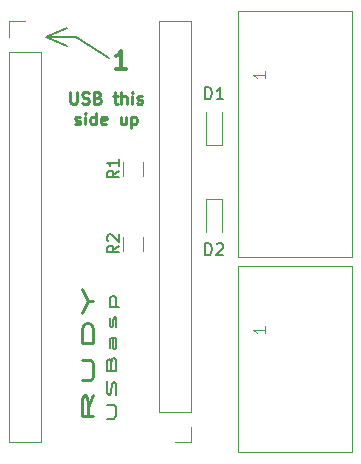
<source format=gto>
G04 #@! TF.FileFunction,Legend,Top*
%FSLAX46Y46*%
G04 Gerber Fmt 4.6, Leading zero omitted, Abs format (unit mm)*
G04 Created by KiCad (PCBNEW 4.0.7-e1-6374~58~ubuntu16.04.1) date Tue Aug 22 04:57:06 2017*
%MOMM*%
%LPD*%
G01*
G04 APERTURE LIST*
%ADD10C,0.100000*%
%ADD11C,0.200000*%
%ADD12C,0.250000*%
%ADD13C,0.300000*%
%ADD14C,0.120000*%
%ADD15C,0.150000*%
G04 APERTURE END LIST*
D10*
D11*
X98367905Y-127570858D02*
X99015524Y-127570858D01*
X99091714Y-127475619D01*
X99129810Y-127380381D01*
X99167905Y-127189905D01*
X99167905Y-126808953D01*
X99129810Y-126618477D01*
X99091714Y-126523238D01*
X99015524Y-126428000D01*
X98367905Y-126428000D01*
X99129810Y-125570858D02*
X99167905Y-125285143D01*
X99167905Y-124808953D01*
X99129810Y-124618477D01*
X99091714Y-124523239D01*
X99015524Y-124428000D01*
X98939333Y-124428000D01*
X98863143Y-124523239D01*
X98825048Y-124618477D01*
X98786952Y-124808953D01*
X98748857Y-125189905D01*
X98710762Y-125380381D01*
X98672667Y-125475620D01*
X98596476Y-125570858D01*
X98520286Y-125570858D01*
X98444095Y-125475620D01*
X98406000Y-125380381D01*
X98367905Y-125189905D01*
X98367905Y-124713715D01*
X98406000Y-124428000D01*
X98748857Y-122904191D02*
X98786952Y-122618477D01*
X98825048Y-122523238D01*
X98901238Y-122428000D01*
X99015524Y-122428000D01*
X99091714Y-122523238D01*
X99129810Y-122618477D01*
X99167905Y-122808953D01*
X99167905Y-123570858D01*
X98367905Y-123570858D01*
X98367905Y-122904191D01*
X98406000Y-122713715D01*
X98444095Y-122618477D01*
X98520286Y-122523238D01*
X98596476Y-122523238D01*
X98672667Y-122618477D01*
X98710762Y-122713715D01*
X98748857Y-122904191D01*
X98748857Y-123570858D01*
X99167905Y-120713715D02*
X98748857Y-120713715D01*
X98672667Y-120808953D01*
X98634571Y-120999429D01*
X98634571Y-121380381D01*
X98672667Y-121570858D01*
X99129810Y-120713715D02*
X99167905Y-120904191D01*
X99167905Y-121380381D01*
X99129810Y-121570858D01*
X99053619Y-121666096D01*
X98977429Y-121666096D01*
X98901238Y-121570858D01*
X98863143Y-121380381D01*
X98863143Y-120904191D01*
X98825048Y-120713715D01*
X99129810Y-119856572D02*
X99167905Y-119666095D01*
X99167905Y-119285143D01*
X99129810Y-119094667D01*
X99053619Y-118999429D01*
X99015524Y-118999429D01*
X98939333Y-119094667D01*
X98901238Y-119285143D01*
X98901238Y-119570857D01*
X98863143Y-119761334D01*
X98786952Y-119856572D01*
X98748857Y-119856572D01*
X98672667Y-119761334D01*
X98634571Y-119570857D01*
X98634571Y-119285143D01*
X98672667Y-119094667D01*
X98634571Y-118142286D02*
X99434571Y-118142286D01*
X98672667Y-118142286D02*
X98634571Y-117951809D01*
X98634571Y-117570857D01*
X98672667Y-117380381D01*
X98710762Y-117285143D01*
X98786952Y-117189905D01*
X99015524Y-117189905D01*
X99091714Y-117285143D01*
X99129810Y-117380381D01*
X99167905Y-117570857D01*
X99167905Y-117951809D01*
X99129810Y-118142286D01*
D12*
X97226381Y-125602572D02*
X96750190Y-126602572D01*
X97226381Y-127316857D02*
X96226381Y-127316857D01*
X96226381Y-126174000D01*
X96274000Y-125888286D01*
X96321619Y-125745429D01*
X96416857Y-125602572D01*
X96559714Y-125602572D01*
X96654952Y-125745429D01*
X96702571Y-125888286D01*
X96750190Y-126174000D01*
X96750190Y-127316857D01*
X96226381Y-124316857D02*
X97035905Y-124316857D01*
X97131143Y-124174000D01*
X97178762Y-124031143D01*
X97226381Y-123745429D01*
X97226381Y-123174000D01*
X97178762Y-122888286D01*
X97131143Y-122745429D01*
X97035905Y-122602572D01*
X96226381Y-122602572D01*
X97226381Y-121174000D02*
X96226381Y-121174000D01*
X96226381Y-120459715D01*
X96274000Y-120031143D01*
X96369238Y-119745429D01*
X96464476Y-119602572D01*
X96654952Y-119459715D01*
X96797810Y-119459715D01*
X96988286Y-119602572D01*
X97083524Y-119745429D01*
X97178762Y-120031143D01*
X97226381Y-120459715D01*
X97226381Y-121174000D01*
X96750190Y-117602572D02*
X97226381Y-117602572D01*
X96226381Y-118602572D02*
X96750190Y-117602572D01*
X96226381Y-116602572D01*
X95274190Y-99923381D02*
X95274190Y-100732905D01*
X95321809Y-100828143D01*
X95369428Y-100875762D01*
X95464666Y-100923381D01*
X95655143Y-100923381D01*
X95750381Y-100875762D01*
X95798000Y-100828143D01*
X95845619Y-100732905D01*
X95845619Y-99923381D01*
X96274190Y-100875762D02*
X96417047Y-100923381D01*
X96655143Y-100923381D01*
X96750381Y-100875762D01*
X96798000Y-100828143D01*
X96845619Y-100732905D01*
X96845619Y-100637667D01*
X96798000Y-100542429D01*
X96750381Y-100494810D01*
X96655143Y-100447190D01*
X96464666Y-100399571D01*
X96369428Y-100351952D01*
X96321809Y-100304333D01*
X96274190Y-100209095D01*
X96274190Y-100113857D01*
X96321809Y-100018619D01*
X96369428Y-99971000D01*
X96464666Y-99923381D01*
X96702762Y-99923381D01*
X96845619Y-99971000D01*
X97607524Y-100399571D02*
X97750381Y-100447190D01*
X97798000Y-100494810D01*
X97845619Y-100590048D01*
X97845619Y-100732905D01*
X97798000Y-100828143D01*
X97750381Y-100875762D01*
X97655143Y-100923381D01*
X97274190Y-100923381D01*
X97274190Y-99923381D01*
X97607524Y-99923381D01*
X97702762Y-99971000D01*
X97750381Y-100018619D01*
X97798000Y-100113857D01*
X97798000Y-100209095D01*
X97750381Y-100304333D01*
X97702762Y-100351952D01*
X97607524Y-100399571D01*
X97274190Y-100399571D01*
X98893238Y-100256714D02*
X99274190Y-100256714D01*
X99036095Y-99923381D02*
X99036095Y-100780524D01*
X99083714Y-100875762D01*
X99178952Y-100923381D01*
X99274190Y-100923381D01*
X99607524Y-100923381D02*
X99607524Y-99923381D01*
X100036096Y-100923381D02*
X100036096Y-100399571D01*
X99988477Y-100304333D01*
X99893239Y-100256714D01*
X99750381Y-100256714D01*
X99655143Y-100304333D01*
X99607524Y-100351952D01*
X100512286Y-100923381D02*
X100512286Y-100256714D01*
X100512286Y-99923381D02*
X100464667Y-99971000D01*
X100512286Y-100018619D01*
X100559905Y-99971000D01*
X100512286Y-99923381D01*
X100512286Y-100018619D01*
X100940857Y-100875762D02*
X101036095Y-100923381D01*
X101226571Y-100923381D01*
X101321810Y-100875762D01*
X101369429Y-100780524D01*
X101369429Y-100732905D01*
X101321810Y-100637667D01*
X101226571Y-100590048D01*
X101083714Y-100590048D01*
X100988476Y-100542429D01*
X100940857Y-100447190D01*
X100940857Y-100399571D01*
X100988476Y-100304333D01*
X101083714Y-100256714D01*
X101226571Y-100256714D01*
X101321810Y-100304333D01*
X95678952Y-102625762D02*
X95774190Y-102673381D01*
X95964666Y-102673381D01*
X96059905Y-102625762D01*
X96107524Y-102530524D01*
X96107524Y-102482905D01*
X96059905Y-102387667D01*
X95964666Y-102340048D01*
X95821809Y-102340048D01*
X95726571Y-102292429D01*
X95678952Y-102197190D01*
X95678952Y-102149571D01*
X95726571Y-102054333D01*
X95821809Y-102006714D01*
X95964666Y-102006714D01*
X96059905Y-102054333D01*
X96536095Y-102673381D02*
X96536095Y-102006714D01*
X96536095Y-101673381D02*
X96488476Y-101721000D01*
X96536095Y-101768619D01*
X96583714Y-101721000D01*
X96536095Y-101673381D01*
X96536095Y-101768619D01*
X97440857Y-102673381D02*
X97440857Y-101673381D01*
X97440857Y-102625762D02*
X97345619Y-102673381D01*
X97155142Y-102673381D01*
X97059904Y-102625762D01*
X97012285Y-102578143D01*
X96964666Y-102482905D01*
X96964666Y-102197190D01*
X97012285Y-102101952D01*
X97059904Y-102054333D01*
X97155142Y-102006714D01*
X97345619Y-102006714D01*
X97440857Y-102054333D01*
X98298000Y-102625762D02*
X98202762Y-102673381D01*
X98012285Y-102673381D01*
X97917047Y-102625762D01*
X97869428Y-102530524D01*
X97869428Y-102149571D01*
X97917047Y-102054333D01*
X98012285Y-102006714D01*
X98202762Y-102006714D01*
X98298000Y-102054333D01*
X98345619Y-102149571D01*
X98345619Y-102244810D01*
X97869428Y-102340048D01*
X99964667Y-102006714D02*
X99964667Y-102673381D01*
X99536095Y-102006714D02*
X99536095Y-102530524D01*
X99583714Y-102625762D01*
X99678952Y-102673381D01*
X99821810Y-102673381D01*
X99917048Y-102625762D01*
X99964667Y-102578143D01*
X100440857Y-102006714D02*
X100440857Y-103006714D01*
X100440857Y-102054333D02*
X100536095Y-102006714D01*
X100726572Y-102006714D01*
X100821810Y-102054333D01*
X100869429Y-102101952D01*
X100917048Y-102197190D01*
X100917048Y-102482905D01*
X100869429Y-102578143D01*
X100821810Y-102625762D01*
X100726572Y-102673381D01*
X100536095Y-102673381D01*
X100440857Y-102625762D01*
D11*
X95758000Y-95250000D02*
X98552000Y-97028000D01*
X93218000Y-95250000D02*
X95758000Y-95250000D01*
X93218000Y-95250000D02*
X94996000Y-96012000D01*
X93218000Y-95250000D02*
X94996000Y-94488000D01*
D13*
X99996572Y-97960571D02*
X99139429Y-97960571D01*
X99568001Y-97960571D02*
X99568001Y-96460571D01*
X99425144Y-96674857D01*
X99282286Y-96817714D01*
X99139429Y-96889143D01*
D14*
X119100000Y-93095000D02*
X119100000Y-113915000D01*
X119100000Y-113915000D02*
X109500000Y-113915000D01*
X109500000Y-113915000D02*
X109500000Y-93095000D01*
X109500000Y-93095000D02*
X119100000Y-93095000D01*
X106742000Y-104416000D02*
X108142000Y-104416000D01*
X108142000Y-104416000D02*
X108142000Y-101616000D01*
X106742000Y-104416000D02*
X106742000Y-101616000D01*
X108142000Y-108944000D02*
X106742000Y-108944000D01*
X106742000Y-108944000D02*
X106742000Y-111744000D01*
X108142000Y-108944000D02*
X108142000Y-111744000D01*
X90110000Y-129600000D02*
X92770000Y-129600000D01*
X90110000Y-96520000D02*
X90110000Y-129600000D01*
X92770000Y-96520000D02*
X92770000Y-129600000D01*
X90110000Y-96520000D02*
X92770000Y-96520000D01*
X90110000Y-95250000D02*
X90110000Y-93920000D01*
X90110000Y-93920000D02*
X91440000Y-93920000D01*
X105470000Y-93920000D02*
X102810000Y-93920000D01*
X105470000Y-127000000D02*
X105470000Y-93920000D01*
X102810000Y-127000000D02*
X102810000Y-93920000D01*
X105470000Y-127000000D02*
X102810000Y-127000000D01*
X105470000Y-128270000D02*
X105470000Y-129600000D01*
X105470000Y-129600000D02*
X104140000Y-129600000D01*
X119100000Y-114685000D02*
X119100000Y-130425000D01*
X119100000Y-130425000D02*
X109500000Y-130425000D01*
X109500000Y-130425000D02*
X109500000Y-114685000D01*
X109500000Y-114685000D02*
X119100000Y-114685000D01*
X101464000Y-105826000D02*
X101464000Y-107026000D01*
X99704000Y-107026000D02*
X99704000Y-105826000D01*
X101464000Y-112176000D02*
X101464000Y-113376000D01*
X99704000Y-113376000D02*
X99704000Y-112176000D01*
X111762381Y-98159285D02*
X111762381Y-98730714D01*
X111762381Y-98445000D02*
X110762381Y-98445000D01*
X110905238Y-98540238D01*
X111000476Y-98635476D01*
X111048095Y-98730714D01*
D15*
X106703905Y-100528381D02*
X106703905Y-99528381D01*
X106942000Y-99528381D01*
X107084858Y-99576000D01*
X107180096Y-99671238D01*
X107227715Y-99766476D01*
X107275334Y-99956952D01*
X107275334Y-100099810D01*
X107227715Y-100290286D01*
X107180096Y-100385524D01*
X107084858Y-100480762D01*
X106942000Y-100528381D01*
X106703905Y-100528381D01*
X108227715Y-100528381D02*
X107656286Y-100528381D01*
X107942000Y-100528381D02*
X107942000Y-99528381D01*
X107846762Y-99671238D01*
X107751524Y-99766476D01*
X107656286Y-99814095D01*
X106703905Y-113736381D02*
X106703905Y-112736381D01*
X106942000Y-112736381D01*
X107084858Y-112784000D01*
X107180096Y-112879238D01*
X107227715Y-112974476D01*
X107275334Y-113164952D01*
X107275334Y-113307810D01*
X107227715Y-113498286D01*
X107180096Y-113593524D01*
X107084858Y-113688762D01*
X106942000Y-113736381D01*
X106703905Y-113736381D01*
X107656286Y-112831619D02*
X107703905Y-112784000D01*
X107799143Y-112736381D01*
X108037239Y-112736381D01*
X108132477Y-112784000D01*
X108180096Y-112831619D01*
X108227715Y-112926857D01*
X108227715Y-113022095D01*
X108180096Y-113164952D01*
X107608667Y-113736381D01*
X108227715Y-113736381D01*
D14*
X111762381Y-119749285D02*
X111762381Y-120320714D01*
X111762381Y-120035000D02*
X110762381Y-120035000D01*
X110905238Y-120130238D01*
X111000476Y-120225476D01*
X111048095Y-120320714D01*
D15*
X99386381Y-106592666D02*
X98910190Y-106926000D01*
X99386381Y-107164095D02*
X98386381Y-107164095D01*
X98386381Y-106783142D01*
X98434000Y-106687904D01*
X98481619Y-106640285D01*
X98576857Y-106592666D01*
X98719714Y-106592666D01*
X98814952Y-106640285D01*
X98862571Y-106687904D01*
X98910190Y-106783142D01*
X98910190Y-107164095D01*
X99386381Y-105640285D02*
X99386381Y-106211714D01*
X99386381Y-105926000D02*
X98386381Y-105926000D01*
X98529238Y-106021238D01*
X98624476Y-106116476D01*
X98672095Y-106211714D01*
X99386381Y-112942666D02*
X98910190Y-113276000D01*
X99386381Y-113514095D02*
X98386381Y-113514095D01*
X98386381Y-113133142D01*
X98434000Y-113037904D01*
X98481619Y-112990285D01*
X98576857Y-112942666D01*
X98719714Y-112942666D01*
X98814952Y-112990285D01*
X98862571Y-113037904D01*
X98910190Y-113133142D01*
X98910190Y-113514095D01*
X98481619Y-112561714D02*
X98434000Y-112514095D01*
X98386381Y-112418857D01*
X98386381Y-112180761D01*
X98434000Y-112085523D01*
X98481619Y-112037904D01*
X98576857Y-111990285D01*
X98672095Y-111990285D01*
X98814952Y-112037904D01*
X99386381Y-112609333D01*
X99386381Y-111990285D01*
M02*

</source>
